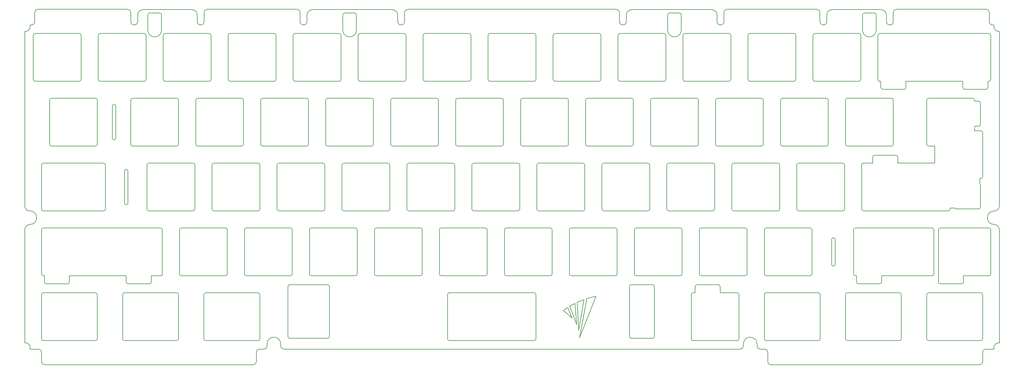
<source format=gm1>
%TF.GenerationSoftware,KiCad,Pcbnew,(6.0.9)*%
%TF.CreationDate,2023-01-27T09:49:20+02:00*%
%TF.ProjectId,arc60_plate_gerbers,61726336-305f-4706-9c61-74655f676572,rev?*%
%TF.SameCoordinates,Original*%
%TF.FileFunction,Profile,NP*%
%FSLAX46Y46*%
G04 Gerber Fmt 4.6, Leading zero omitted, Abs format (unit mm)*
G04 Created by KiCad (PCBNEW (6.0.9)) date 2023-01-27 09:49:20*
%MOMM*%
%LPD*%
G01*
G04 APERTURE LIST*
%TA.AperFunction,Profile*%
%ADD10C,0.200000*%
%TD*%
G04 APERTURE END LIST*
D10*
X16265764Y-20931216D02*
X29265764Y-20931216D01*
X16265764Y-20931216D02*
G75*
G03*
X15765764Y-21431216I0J-500000D01*
G01*
X15765764Y-34431216D02*
X15765764Y-21431216D01*
X15765764Y-34431216D02*
G75*
G03*
X16265764Y-34931216I500000J0D01*
G01*
X29265764Y-34931216D02*
X16265764Y-34931216D01*
X29265764Y-34931216D02*
G75*
G03*
X29765764Y-34431216I0J500000D01*
G01*
X29765764Y-21431216D02*
X29765764Y-34431216D01*
X29765764Y-21431216D02*
G75*
G03*
X29265764Y-20931216I-500000J0D01*
G01*
X101990464Y-39981216D02*
X114990464Y-39981216D01*
X101990464Y-39981216D02*
G75*
G03*
X101490464Y-40481216I0J-500000D01*
G01*
X101490464Y-53481216D02*
X101490464Y-40481216D01*
X101490464Y-53481216D02*
G75*
G03*
X101990464Y-53981216I500000J0D01*
G01*
X114990464Y-53981216D02*
X101990464Y-53981216D01*
X114990464Y-53981216D02*
G75*
G03*
X115490464Y-53481216I0J500000D01*
G01*
X115490464Y-40481216D02*
X115490464Y-53481216D01*
X115490464Y-40481216D02*
G75*
G03*
X114990464Y-39981216I-500000J0D01*
G01*
X269233614Y-57230716D02*
X269233614Y-59031347D01*
X269233564Y-57230716D02*
G75*
G03*
X268708614Y-56705716I-525000J0D01*
G01*
X262408614Y-56705716D02*
X268708614Y-56705716D01*
X262408614Y-56705666D02*
G75*
G03*
X261883614Y-57230716I50J-525050D01*
G01*
X261883614Y-59031446D02*
X261883614Y-57230716D01*
X259177777Y-59029950D02*
X261883614Y-59031446D01*
X259153376Y-59030619D02*
X259177777Y-59029950D01*
X259129032Y-59032001D02*
X259153376Y-59030619D01*
X259116886Y-59033008D02*
X259129032Y-59032001D01*
X259104760Y-59034250D02*
X259116886Y-59033008D01*
X259092745Y-59035733D02*
X259104760Y-59034250D01*
X259080759Y-59037468D02*
X259092745Y-59035733D01*
X259068809Y-59039458D02*
X259080759Y-59037468D01*
X259056901Y-59041703D02*
X259068809Y-59039458D01*
X259045043Y-59044204D02*
X259056901Y-59041703D01*
X259033243Y-59046963D02*
X259045043Y-59044204D01*
X259021508Y-59049981D02*
X259033243Y-59046963D01*
X259009845Y-59053259D02*
X259021508Y-59049981D01*
X258998261Y-59056799D02*
X259009845Y-59053259D01*
X258986765Y-59060600D02*
X258998261Y-59056799D01*
X258975362Y-59064666D02*
X258986765Y-59060600D01*
X258964062Y-59068997D02*
X258975362Y-59064666D01*
X258952870Y-59073594D02*
X258964062Y-59068997D01*
X258941795Y-59078458D02*
X258952870Y-59073594D01*
X258930843Y-59083591D02*
X258941795Y-59078458D01*
X258920022Y-59088993D02*
X258930843Y-59083591D01*
X258909392Y-59094637D02*
X258920022Y-59088993D01*
X258898906Y-59100545D02*
X258909392Y-59094637D01*
X258888568Y-59106714D02*
X258898906Y-59100545D01*
X258878384Y-59113140D02*
X258888568Y-59106714D01*
X258868362Y-59119819D02*
X258878384Y-59113140D01*
X258858505Y-59126748D02*
X258868362Y-59119819D01*
X258848821Y-59133922D02*
X258858505Y-59126748D01*
X258839315Y-59141339D02*
X258848821Y-59133922D01*
X258829993Y-59148993D02*
X258839315Y-59141339D01*
X258820860Y-59156882D02*
X258829993Y-59148993D01*
X258811924Y-59165002D02*
X258820860Y-59156882D01*
X258803189Y-59173349D02*
X258811924Y-59165002D01*
X258794662Y-59181919D02*
X258803189Y-59173349D01*
X258786348Y-59190708D02*
X258794662Y-59181919D01*
X258778254Y-59199713D02*
X258786348Y-59190708D01*
X258770385Y-59208930D02*
X258778254Y-59199713D01*
X258763456Y-59217456D02*
X258770385Y-59208930D01*
X258756719Y-59226148D02*
X258763456Y-59217456D01*
X258750176Y-59234997D02*
X258756719Y-59226148D01*
X258743827Y-59243997D02*
X258750176Y-59234997D01*
X258737676Y-59253143D02*
X258743827Y-59243997D01*
X258731723Y-59262427D02*
X258737676Y-59253143D01*
X258725972Y-59271844D02*
X258731723Y-59262427D01*
X258720423Y-59281386D02*
X258725972Y-59271844D01*
X258715078Y-59291048D02*
X258720423Y-59281386D01*
X258709940Y-59300823D02*
X258715078Y-59291048D01*
X258705010Y-59310704D02*
X258709940Y-59300823D01*
X258700291Y-59320686D02*
X258705010Y-59310704D01*
X258695783Y-59330761D02*
X258700291Y-59320686D01*
X258691489Y-59340924D02*
X258695783Y-59330761D01*
X258687411Y-59351168D02*
X258691489Y-59340924D01*
X258683550Y-59361486D02*
X258687411Y-59351168D01*
X258679909Y-59371872D02*
X258683550Y-59361486D01*
X258676490Y-59382320D02*
X258679909Y-59371872D01*
X258673293Y-59392824D02*
X258676490Y-59382320D01*
X258670322Y-59403376D02*
X258673293Y-59392824D01*
X258667578Y-59413971D02*
X258670322Y-59403376D01*
X258665062Y-59424602D02*
X258667578Y-59413971D01*
X258662777Y-59435263D02*
X258665062Y-59424602D01*
X258660725Y-59445947D02*
X258662777Y-59435263D01*
X258658907Y-59456647D02*
X258660725Y-59445947D01*
X258657326Y-59467359D02*
X258658907Y-59456647D01*
X258655983Y-59478074D02*
X258657326Y-59467359D01*
X258654879Y-59488787D02*
X258655983Y-59478074D01*
X258654018Y-59499491D02*
X258654879Y-59488787D01*
X258653400Y-59510180D02*
X258654018Y-59499491D01*
X258653028Y-59520847D02*
X258653400Y-59510180D01*
X258652904Y-59531486D02*
X258653028Y-59520847D01*
X258652904Y-72531486D02*
X258652904Y-59531486D01*
X258652894Y-72531486D02*
G75*
G03*
X259152904Y-73031486I499970J-30D01*
G01*
X284058114Y-73031216D02*
X259152904Y-73031486D01*
X284058114Y-73031266D02*
G75*
G03*
X284558114Y-72531216I-50J500050D01*
G01*
X284558114Y-72180986D02*
X284558114Y-72531216D01*
X285946606Y-72180986D02*
X284558114Y-72180986D01*
X285946644Y-72180965D02*
G75*
G03*
X286408114Y-72455716I461520J250249D01*
G01*
X292959154Y-72455716D02*
X286408114Y-72455716D01*
X292959154Y-72455706D02*
G75*
G03*
X293459154Y-71955716I10J499990D01*
G01*
X293459154Y-65355986D02*
X293459154Y-71955716D01*
X293459183Y-65355986D02*
G75*
G03*
X293233114Y-64924421I-525019J-30D01*
G01*
X293233114Y-63505986D02*
X293233114Y-64924421D01*
X293584154Y-63505986D02*
X293233114Y-63505986D01*
X293584154Y-63506006D02*
G75*
G03*
X294084154Y-63005986I10J499990D01*
G01*
X294084154Y-50006986D02*
X294084154Y-63005986D01*
X294084194Y-50006986D02*
G75*
G03*
X293584154Y-49506986I-500030J-30D01*
G01*
X291702614Y-49506986D02*
X293584154Y-49506986D01*
X291702614Y-48181986D02*
X291702614Y-49506986D01*
X292934154Y-48181986D02*
X291702614Y-48181986D01*
X292934154Y-48182006D02*
G75*
G03*
X293459154Y-47656986I10J524990D01*
G01*
X293459154Y-41356986D02*
X293459154Y-47656986D01*
X293459194Y-41356986D02*
G75*
G03*
X292934154Y-40831986I-525030J-30D01*
G01*
X291702614Y-40831986D02*
X292934154Y-40831986D01*
X291702614Y-40481216D02*
X291702614Y-40831986D01*
X291702564Y-40481216D02*
G75*
G03*
X291202614Y-39981216I-500000J0D01*
G01*
X278202614Y-39981216D02*
X291202614Y-39981216D01*
X278202614Y-39981166D02*
G75*
G03*
X277702614Y-40481216I50J-500050D01*
G01*
X277702614Y-53481216D02*
X277702614Y-40481216D01*
X277702664Y-53481216D02*
G75*
G03*
X278202614Y-53981216I500000J0D01*
G01*
X280084854Y-53981216D02*
X278202614Y-53981216D01*
X280084854Y-59031233D02*
X280084854Y-53981216D01*
X269233614Y-59031347D02*
X280084854Y-59031233D01*
X149615764Y-20931216D02*
X162615764Y-20931216D01*
X149615764Y-20931216D02*
G75*
G03*
X149115764Y-21431216I0J-500000D01*
G01*
X149115764Y-34431216D02*
X149115764Y-21431216D01*
X149115764Y-34431216D02*
G75*
G03*
X149615764Y-34931216I500000J0D01*
G01*
X162615764Y-34931216D02*
X149615764Y-34931216D01*
X162615764Y-34931216D02*
G75*
G03*
X163115764Y-34431216I0J500000D01*
G01*
X163115764Y-21431216D02*
X163115764Y-34431216D01*
X163115764Y-21431216D02*
G75*
G03*
X162615764Y-20931216I-500000J0D01*
G01*
X235340464Y-39981216D02*
X248340464Y-39981216D01*
X235340464Y-39981216D02*
G75*
G03*
X234840464Y-40481216I0J-500000D01*
G01*
X234840464Y-53481216D02*
X234840464Y-40481216D01*
X234840464Y-53481216D02*
G75*
G03*
X235340464Y-53981216I500000J0D01*
G01*
X248340464Y-53981216D02*
X235340464Y-53981216D01*
X248340464Y-53981216D02*
G75*
G03*
X248840464Y-53481216I0J500000D01*
G01*
X248840464Y-40481216D02*
X248840464Y-53481216D01*
X248840464Y-40481216D02*
G75*
G03*
X248340464Y-39981216I-500000J0D01*
G01*
X159140464Y-39981216D02*
X172140464Y-39981216D01*
X159140464Y-39981216D02*
G75*
G03*
X158640464Y-40481216I0J-500000D01*
G01*
X158640464Y-53481216D02*
X158640464Y-40481216D01*
X158640464Y-53481216D02*
G75*
G03*
X159140464Y-53981216I500000J0D01*
G01*
X172140464Y-53981216D02*
X159140464Y-53981216D01*
X172140464Y-53981216D02*
G75*
G03*
X172640464Y-53481216I0J500000D01*
G01*
X172640464Y-40481216D02*
X172640464Y-53481216D01*
X172640464Y-40481216D02*
G75*
G03*
X172140464Y-39981216I-500000J0D01*
G01*
X49821514Y-94455716D02*
X43521514Y-94455716D01*
X49821514Y-94455766D02*
G75*
G03*
X50346514Y-93930716I-50J525050D01*
G01*
X50346514Y-92080845D02*
X50346514Y-93930716D01*
X53053653Y-92082296D02*
X50346514Y-92080845D01*
X53077862Y-92081629D02*
X53053653Y-92082296D01*
X53102014Y-92080256D02*
X53077862Y-92081629D01*
X53114065Y-92079257D02*
X53102014Y-92080256D01*
X53126096Y-92078023D02*
X53114065Y-92079257D01*
X53138162Y-92076532D02*
X53126096Y-92078023D01*
X53150200Y-92074784D02*
X53138162Y-92076532D01*
X53162202Y-92072779D02*
X53150200Y-92074784D01*
X53174160Y-92070515D02*
X53162202Y-92072779D01*
X53186068Y-92067990D02*
X53174160Y-92070515D01*
X53197917Y-92065205D02*
X53186068Y-92067990D01*
X53209700Y-92062159D02*
X53197917Y-92065205D01*
X53221410Y-92058849D02*
X53209700Y-92062159D01*
X53233039Y-92055275D02*
X53221410Y-92058849D01*
X53244581Y-92051436D02*
X53233039Y-92055275D01*
X53256026Y-92047332D02*
X53244581Y-92051436D01*
X53267369Y-92042960D02*
X53256026Y-92047332D01*
X53278602Y-92038320D02*
X53267369Y-92042960D01*
X53289716Y-92033411D02*
X53278602Y-92038320D01*
X53300706Y-92028232D02*
X53289716Y-92033411D01*
X53311562Y-92022781D02*
X53300706Y-92028232D01*
X53322191Y-92017108D02*
X53311562Y-92022781D01*
X53332676Y-92011170D02*
X53322191Y-92017108D01*
X53343011Y-92004972D02*
X53332676Y-92011170D01*
X53353191Y-91998518D02*
X53343011Y-92004972D01*
X53363210Y-91991810D02*
X53353191Y-91998518D01*
X53373061Y-91984853D02*
X53363210Y-91991810D01*
X53382739Y-91977651D02*
X53373061Y-91984853D01*
X53392238Y-91970206D02*
X53382739Y-91977651D01*
X53401552Y-91962524D02*
X53392238Y-91970206D01*
X53410676Y-91954607D02*
X53401552Y-91962524D01*
X53419602Y-91946459D02*
X53410676Y-91954607D01*
X53428327Y-91938084D02*
X53419602Y-91946459D01*
X53436842Y-91929486D02*
X53428327Y-91938084D01*
X53445143Y-91920668D02*
X53436842Y-91929486D01*
X53453225Y-91911635D02*
X53445143Y-91920668D01*
X53461080Y-91902389D02*
X53453225Y-91911635D01*
X53467962Y-91893875D02*
X53461080Y-91902389D01*
X53474655Y-91885199D02*
X53467962Y-91893875D01*
X53481155Y-91876366D02*
X53474655Y-91885199D01*
X53487461Y-91867383D02*
X53481155Y-91876366D01*
X53493572Y-91858255D02*
X53487461Y-91867383D01*
X53499484Y-91848991D02*
X53493572Y-91858255D01*
X53505197Y-91839595D02*
X53499484Y-91848991D01*
X53510708Y-91830074D02*
X53505197Y-91839595D01*
X53516017Y-91820435D02*
X53510708Y-91830074D01*
X53521120Y-91810684D02*
X53516017Y-91820435D01*
X53526016Y-91800828D02*
X53521120Y-91810684D01*
X53530703Y-91790872D02*
X53526016Y-91800828D01*
X53535179Y-91780824D02*
X53530703Y-91790872D01*
X53539443Y-91770689D02*
X53535179Y-91780824D01*
X53543493Y-91760474D02*
X53539443Y-91770689D01*
X53547327Y-91750186D02*
X53543493Y-91760474D01*
X53550942Y-91739831D02*
X53547327Y-91750186D01*
X53554337Y-91729414D02*
X53550942Y-91739831D01*
X53557511Y-91718944D02*
X53554337Y-91729414D01*
X53560462Y-91708425D02*
X53557511Y-91718944D01*
X53563186Y-91697865D02*
X53560462Y-91708425D01*
X53565684Y-91687270D02*
X53563186Y-91697865D01*
X53567952Y-91676646D02*
X53565684Y-91687270D01*
X53569990Y-91665999D02*
X53567952Y-91676646D01*
X53571794Y-91655336D02*
X53569990Y-91665999D01*
X53573364Y-91644664D02*
X53571794Y-91655336D01*
X53574698Y-91633988D02*
X53573364Y-91644664D01*
X53575793Y-91623316D02*
X53574698Y-91633988D01*
X53576648Y-91612653D02*
X53575793Y-91623316D01*
X53577261Y-91602006D02*
X53576648Y-91612653D01*
X53577631Y-91591382D02*
X53577261Y-91602006D01*
X53577754Y-91580786D02*
X53577631Y-91591382D01*
X53577754Y-78580786D02*
X53577754Y-91580786D01*
X53577794Y-78580786D02*
G75*
G03*
X53077754Y-78080786I-500030J-30D01*
G01*
X18646504Y-78080786D02*
X53077754Y-78080786D01*
X18646504Y-78080786D02*
G75*
G03*
X18146504Y-78580786I0J-500000D01*
G01*
X18146504Y-91580786D02*
X18146504Y-78580786D01*
X18146504Y-91580786D02*
G75*
G03*
X18646504Y-92080786I500000J0D01*
G01*
X18997014Y-92080795D02*
X18646504Y-92080786D01*
X18997014Y-93930716D02*
X18997014Y-92080795D01*
X18997014Y-93930716D02*
G75*
G03*
X19522014Y-94455716I525000J0D01*
G01*
X25822014Y-94455716D02*
X19522014Y-94455716D01*
X25822014Y-94455766D02*
G75*
G03*
X26347014Y-93930716I-50J525050D01*
G01*
X26347014Y-92080941D02*
X26347014Y-93930716D01*
X42996514Y-92080959D02*
X26347014Y-92080941D01*
X42996514Y-93930716D02*
X42996514Y-92080959D01*
X42996564Y-93930716D02*
G75*
G03*
X43521514Y-94455716I525000J0D01*
G01*
X287946114Y-94455716D02*
X281646114Y-94455716D01*
X287946114Y-94455766D02*
G75*
G03*
X288471114Y-93930716I-50J525050D01*
G01*
X288471114Y-92081216D02*
X288471114Y-93930716D01*
X295965464Y-92081216D02*
X288471114Y-92081216D01*
X295965464Y-92081216D02*
G75*
G03*
X296465464Y-91581216I0J500000D01*
G01*
X296465464Y-78581216D02*
X296465464Y-91581216D01*
X296465464Y-78581216D02*
G75*
G03*
X295965464Y-78081216I-500000J0D01*
G01*
X281621114Y-78081216D02*
X295965464Y-78081216D01*
X281621114Y-78081166D02*
G75*
G03*
X281121114Y-78581216I50J-500050D01*
G01*
X281121114Y-93930716D02*
X281121114Y-78581216D01*
X281121164Y-93930716D02*
G75*
G03*
X281646114Y-94455716I525000J0D01*
G01*
X38934254Y-51680816D02*
X38934254Y-42281616D01*
X38934254Y-51680816D02*
G75*
G03*
X39934254Y-51680816I500000J0D01*
G01*
X39934254Y-42281616D02*
X39934254Y-51680816D01*
X39934254Y-42281616D02*
G75*
G03*
X38934254Y-42281616I-500000J0D01*
G01*
X116277964Y-78081216D02*
X129277964Y-78081216D01*
X116277964Y-78081216D02*
G75*
G03*
X115777964Y-78581216I0J-500000D01*
G01*
X115777964Y-91581216D02*
X115777964Y-78581216D01*
X115777964Y-91581216D02*
G75*
G03*
X116277964Y-92081216I500000J0D01*
G01*
X129277964Y-92081216D02*
X116277964Y-92081216D01*
X129277964Y-92081216D02*
G75*
G03*
X129777964Y-91581216I0J500000D01*
G01*
X129777964Y-78581216D02*
X129777964Y-91581216D01*
X129777964Y-78581216D02*
G75*
G03*
X129277964Y-78081216I-500000J0D01*
G01*
X44840464Y-39981216D02*
X57840464Y-39981216D01*
X44840464Y-39981216D02*
G75*
G03*
X44340464Y-40481216I0J-500000D01*
G01*
X44340464Y-53481216D02*
X44340464Y-40481216D01*
X44340464Y-53481216D02*
G75*
G03*
X44840464Y-53981216I500000J0D01*
G01*
X57840464Y-53981216D02*
X44840464Y-53981216D01*
X57840464Y-53981216D02*
G75*
G03*
X58340464Y-53481216I0J500000D01*
G01*
X58340464Y-40481216D02*
X58340464Y-53481216D01*
X58340464Y-40481216D02*
G75*
G03*
X57840464Y-39981216I-500000J0D01*
G01*
X192477964Y-78081216D02*
X205477964Y-78081216D01*
X192477964Y-78081216D02*
G75*
G03*
X191977964Y-78581216I0J-500000D01*
G01*
X191977964Y-91581216D02*
X191977964Y-78581216D01*
X191977964Y-91581216D02*
G75*
G03*
X192477964Y-92081216I500000J0D01*
G01*
X205477964Y-92081216D02*
X192477964Y-92081216D01*
X205477964Y-92081216D02*
G75*
G03*
X205977964Y-91581216I0J500000D01*
G01*
X205977964Y-78581216D02*
X205977964Y-91581216D01*
X205977964Y-78581216D02*
G75*
G03*
X205477964Y-78081216I-500000J0D01*
G01*
X173427964Y-78081216D02*
X186427964Y-78081216D01*
X173427964Y-78081216D02*
G75*
G03*
X172927964Y-78581216I0J-500000D01*
G01*
X172927964Y-91581216D02*
X172927964Y-78581216D01*
X172927964Y-91581216D02*
G75*
G03*
X173427964Y-92081216I500000J0D01*
G01*
X186427964Y-92081216D02*
X173427964Y-92081216D01*
X186427964Y-92081216D02*
G75*
G03*
X186927964Y-91581216I0J500000D01*
G01*
X186927964Y-78581216D02*
X186927964Y-91581216D01*
X186927964Y-78581216D02*
G75*
G03*
X186427964Y-78081216I-500000J0D01*
G01*
X35315764Y-20931216D02*
X48315764Y-20931216D01*
X35315764Y-20931216D02*
G75*
G03*
X34815764Y-21431216I0J-500000D01*
G01*
X34815764Y-34431216D02*
X34815764Y-21431216D01*
X34815764Y-34431216D02*
G75*
G03*
X35315764Y-34931216I500000J0D01*
G01*
X48315764Y-34931216D02*
X35315764Y-34931216D01*
X48315764Y-34931216D02*
G75*
G03*
X48815764Y-34431216I0J500000D01*
G01*
X48815764Y-21431216D02*
X48815764Y-34431216D01*
X48815764Y-21431216D02*
G75*
G03*
X48315764Y-20931216I-500000J0D01*
G01*
X187715764Y-20931216D02*
X200715764Y-20931216D01*
X187715764Y-20931216D02*
G75*
G03*
X187215764Y-21431216I0J-500000D01*
G01*
X187215764Y-34431216D02*
X187215764Y-21431216D01*
X187215764Y-34431216D02*
G75*
G03*
X187715764Y-34931216I500000J0D01*
G01*
X200715764Y-34931216D02*
X187715764Y-34931216D01*
X200715764Y-34931216D02*
G75*
G03*
X201215764Y-34431216I0J500000D01*
G01*
X201215764Y-21431216D02*
X201215764Y-34431216D01*
X201215764Y-21431216D02*
G75*
G03*
X200715764Y-20931216I-500000J0D01*
G01*
X36908964Y-59531216D02*
G75*
G03*
X36409014Y-59031216I-500000J0D01*
G01*
X18647024Y-59031216D02*
X36409014Y-59031216D01*
X18647024Y-59031216D02*
G75*
G03*
X18147024Y-59531216I0J-500000D01*
G01*
X18147024Y-72531216D02*
X18147024Y-59531216D01*
X18147024Y-72531216D02*
G75*
G03*
X18647024Y-73031216I500000J0D01*
G01*
X36409014Y-73031216D02*
X18647024Y-73031216D01*
X36409014Y-73031266D02*
G75*
G03*
X36909014Y-72531216I-50J500050D01*
G01*
X36909014Y-59531216D02*
X36909014Y-72531216D01*
X263416261Y-34453506D02*
X263415887Y-34442314D01*
X263416892Y-34464785D02*
X263416261Y-34453506D01*
X263417787Y-34476143D02*
X263416892Y-34464785D01*
X263418950Y-34487572D02*
X263417787Y-34476143D01*
X263420389Y-34499064D02*
X263418950Y-34487572D01*
X263422107Y-34510609D02*
X263420389Y-34499064D01*
X263424111Y-34522197D02*
X263422107Y-34510609D01*
X263426405Y-34533821D02*
X263424111Y-34522197D01*
X263428993Y-34545469D02*
X263426405Y-34533821D01*
X263431878Y-34557130D02*
X263428993Y-34545469D01*
X263435065Y-34568795D02*
X263431878Y-34557130D01*
X263438555Y-34580452D02*
X263435065Y-34568795D01*
X263442351Y-34592090D02*
X263438555Y-34580452D01*
X263446456Y-34603698D02*
X263442351Y-34592090D01*
X263450870Y-34615263D02*
X263446456Y-34603698D01*
X263455594Y-34626775D02*
X263450870Y-34615263D01*
X263460627Y-34638220D02*
X263455594Y-34626775D01*
X263465970Y-34649587D02*
X263460627Y-34638220D01*
X263471622Y-34660863D02*
X263465970Y-34649587D01*
X263477580Y-34672037D02*
X263471622Y-34660863D01*
X263483842Y-34683096D02*
X263477580Y-34672037D01*
X263490406Y-34694028D02*
X263483842Y-34683096D01*
X263497266Y-34704821D02*
X263490406Y-34694028D01*
X263504420Y-34715463D02*
X263497266Y-34704821D01*
X263511862Y-34725942D02*
X263504420Y-34715463D01*
X263519587Y-34736246D02*
X263511862Y-34725942D01*
X263527587Y-34746365D02*
X263519587Y-34736246D01*
X263535858Y-34756287D02*
X263527587Y-34746365D01*
X263544391Y-34766002D02*
X263535858Y-34756287D01*
X263553178Y-34775500D02*
X263544391Y-34766002D01*
X263562211Y-34784769D02*
X263553178Y-34775500D01*
X263571480Y-34793802D02*
X263562211Y-34784769D01*
X263580978Y-34802589D02*
X263571480Y-34793802D01*
X263590693Y-34811122D02*
X263580978Y-34802589D01*
X263600615Y-34819393D02*
X263590693Y-34811122D01*
X263610734Y-34827393D02*
X263600615Y-34819393D01*
X263621038Y-34835118D02*
X263610734Y-34827393D01*
X263631517Y-34842560D02*
X263621038Y-34835118D01*
X263642159Y-34849714D02*
X263631517Y-34842560D01*
X263652952Y-34856574D02*
X263642159Y-34849714D01*
X263663884Y-34863138D02*
X263652952Y-34856574D01*
X263674943Y-34869400D02*
X263663884Y-34863138D01*
X263686117Y-34875358D02*
X263674943Y-34869400D01*
X263697393Y-34881009D02*
X263686117Y-34875358D01*
X263708760Y-34886353D02*
X263697393Y-34881009D01*
X263720205Y-34891386D02*
X263708760Y-34886353D01*
X263731717Y-34896110D02*
X263720205Y-34891386D01*
X263743282Y-34900524D02*
X263731717Y-34896110D01*
X263754890Y-34904629D02*
X263743282Y-34900524D01*
X263766528Y-34908425D02*
X263754890Y-34904629D01*
X263778185Y-34911915D02*
X263766528Y-34908425D01*
X263789850Y-34915102D02*
X263778185Y-34911915D01*
X263801511Y-34917987D02*
X263789850Y-34915102D01*
X263813159Y-34920575D02*
X263801511Y-34917987D01*
X263824782Y-34922869D02*
X263813159Y-34920575D01*
X263836371Y-34924873D02*
X263824782Y-34922869D01*
X263847916Y-34926591D02*
X263836371Y-34924873D01*
X263859408Y-34928030D02*
X263847916Y-34926591D01*
X263870837Y-34929193D02*
X263859408Y-34928030D01*
X263882195Y-34930088D02*
X263870837Y-34929193D01*
X263893474Y-34930719D02*
X263882195Y-34930088D01*
X263904666Y-34931093D02*
X263893474Y-34930719D01*
X264266114Y-34931216D02*
X263904666Y-34931093D01*
X264266114Y-36781216D02*
X264266114Y-34931216D01*
X264266164Y-36781216D02*
G75*
G03*
X264791114Y-37306216I525000J0D01*
G01*
X271091114Y-37306216D02*
X264791114Y-37306216D01*
X271091114Y-37306266D02*
G75*
G03*
X271616114Y-36781216I-50J525050D01*
G01*
X271616114Y-34931216D02*
X271616114Y-36781216D01*
X288265114Y-34931216D02*
X271616114Y-34931216D01*
X288265114Y-36781216D02*
X288265114Y-34931216D01*
X288265164Y-36781216D02*
G75*
G03*
X288790114Y-37306216I525000J0D01*
G01*
X295090114Y-37306216D02*
X288790114Y-37306216D01*
X295090114Y-37306266D02*
G75*
G03*
X295615114Y-36781216I-50J525050D01*
G01*
X295615114Y-34931216D02*
X295615114Y-36781216D01*
X295965764Y-34931216D02*
X295615114Y-34931216D01*
X295965764Y-34931216D02*
G75*
G03*
X296465764Y-34431216I0J500000D01*
G01*
X296465764Y-21431216D02*
X296465764Y-34431216D01*
X296465764Y-21431216D02*
G75*
G03*
X295965764Y-20931216I-500000J0D01*
G01*
X263915988Y-20931154D02*
X295965764Y-20931216D01*
X263915988Y-20931140D02*
G75*
G03*
X263415988Y-21431154I-24J-499976D01*
G01*
X263415887Y-34442314D02*
X263415988Y-21431154D01*
X254391114Y-97131216D02*
X269771904Y-97131216D01*
X254391114Y-97131166D02*
G75*
G03*
X253891114Y-97631216I50J-500050D01*
G01*
X253891114Y-110631216D02*
X253891114Y-97631216D01*
X253891164Y-110631216D02*
G75*
G03*
X254391114Y-111131216I500000J0D01*
G01*
X269771904Y-111131216D02*
X254391114Y-111131216D01*
X269771904Y-111131256D02*
G75*
G03*
X270271904Y-110631216I-40J500040D01*
G01*
X270271904Y-97631216D02*
X270271904Y-110631216D01*
X270271864Y-97631216D02*
G75*
G03*
X269771904Y-97131216I-500000J0D01*
G01*
X206765764Y-20931216D02*
X219765764Y-20931216D01*
X206765764Y-20931216D02*
G75*
G03*
X206265764Y-21431216I0J-500000D01*
G01*
X206265764Y-34431216D02*
X206265764Y-21431216D01*
X206265764Y-34431216D02*
G75*
G03*
X206765764Y-34931216I500000J0D01*
G01*
X219765764Y-34931216D02*
X206765764Y-34931216D01*
X219765764Y-34931216D02*
G75*
G03*
X220265764Y-34431216I0J500000D01*
G01*
X220265764Y-21431216D02*
X220265764Y-34431216D01*
X220265764Y-21431216D02*
G75*
G03*
X219765764Y-20931216I-500000J0D01*
G01*
X110491024Y-15406216D02*
X110491024Y-19906216D01*
X110491064Y-15406216D02*
G75*
G03*
X109991024Y-14906216I-500000J0D01*
G01*
X106991024Y-14906216D02*
X109991024Y-14906216D01*
X106991024Y-14906176D02*
G75*
G03*
X106491024Y-15406216I40J-500040D01*
G01*
X106491024Y-19906216D02*
X106491024Y-15406216D01*
X106491024Y-19906216D02*
G75*
G03*
X110491024Y-19906216I2000000J0D01*
G01*
X298990615Y-111797098D02*
G75*
G03*
X297401091Y-113656072I-134651J-1493918D01*
G01*
X295083904Y-113656072D02*
X297401091Y-113656072D01*
X295083904Y-113656156D02*
G75*
G03*
X294083904Y-114656072I-40J-999960D01*
G01*
X294083904Y-117256216D02*
X294083904Y-114656072D01*
X293083904Y-118256256D02*
G75*
G03*
X294083904Y-117256216I-40J1000040D01*
G01*
X232078733Y-118256216D02*
X293083904Y-118256216D01*
X231079064Y-117256216D02*
G75*
G03*
X232078733Y-118256216I1000000J0D01*
G01*
X231079144Y-114656216D02*
X231079144Y-117256216D01*
X231079164Y-114656216D02*
G75*
G03*
X230079144Y-113656216I-1000000J0D01*
G01*
X228945857Y-113656216D02*
X230079144Y-113656216D01*
X227945864Y-112656216D02*
G75*
G03*
X228945857Y-113656216I1000000J0D01*
G01*
X227945857Y-112156216D02*
X227945857Y-112656216D01*
X227945857Y-112156216D02*
G75*
G03*
X223945857Y-112156216I-2000000J0D01*
G01*
X223945857Y-112656216D02*
X223945857Y-112156216D01*
X222945857Y-113656209D02*
G75*
G03*
X223945857Y-112656216I7J999993D01*
G01*
X89286191Y-113656216D02*
X222945857Y-113656216D01*
X88286164Y-112656216D02*
G75*
G03*
X89286191Y-113656216I1000000J0D01*
G01*
X88286191Y-112156216D02*
X88286191Y-112656216D01*
X88286191Y-112156216D02*
G75*
G03*
X84286191Y-112156216I-2000000J0D01*
G01*
X84286191Y-112656216D02*
X84286191Y-112156216D01*
X83286191Y-113656243D02*
G75*
G03*
X84286191Y-112656216I-27J1000027D01*
G01*
X82152904Y-113656216D02*
X83286191Y-113656216D01*
X82152904Y-113656256D02*
G75*
G03*
X81152904Y-114656216I-40J-999960D01*
G01*
X81152904Y-117256216D02*
X81152904Y-114656216D01*
X80152977Y-118256156D02*
G75*
G03*
X81152904Y-117256216I-13J999940D01*
G01*
X19147024Y-118256216D02*
X80152977Y-118256216D01*
X18147024Y-117256216D02*
G75*
G03*
X19147024Y-118256216I1000000J0D01*
G01*
X18147024Y-114656216D02*
X18147024Y-117256216D01*
X18147024Y-114656216D02*
G75*
G03*
X17147024Y-113656216I-1000000J0D01*
G01*
X14830251Y-113656216D02*
X17147024Y-113656216D01*
X14830251Y-113656216D02*
G75*
G03*
X13240764Y-111797112I-1454875J365156D01*
G01*
X13240764Y-78555956D02*
X13240764Y-111797112D01*
X14740764Y-77055956D02*
G75*
G03*
X13240764Y-78555956I0J-1500000D01*
G01*
X14740764Y-77055956D02*
G75*
G03*
X14740764Y-73055956I0J2000000D01*
G01*
X13240764Y-71555956D02*
G75*
G03*
X14740764Y-73055956I1500000J0D01*
G01*
X13240764Y-20315130D02*
X13240764Y-71555956D01*
X13240764Y-20315130D02*
G75*
G03*
X14816760Y-18405956I134612J1493948D01*
G01*
X15190764Y-18405956D02*
X14816760Y-18405956D01*
X15190764Y-18405956D02*
G75*
G03*
X16190764Y-17405956I0J1000000D01*
G01*
X16190764Y-14806216D02*
X16190764Y-17405956D01*
X17190764Y-13806216D02*
G75*
G03*
X16190764Y-14806216I0J-1000000D01*
G01*
X43341024Y-13806216D02*
X17190764Y-13806216D01*
X44341064Y-14806216D02*
G75*
G03*
X43341024Y-13806216I-1000000J0D01*
G01*
X44341024Y-17406216D02*
X44341024Y-14806216D01*
X44341024Y-17406216D02*
G75*
G03*
X46341024Y-17406216I1000000J0D01*
G01*
X46341024Y-15506216D02*
X46341024Y-17406216D01*
X47941024Y-13906176D02*
G75*
G03*
X46341024Y-15506216I40J-1600040D01*
G01*
X62240894Y-13906216D02*
X47941024Y-13906216D01*
X63840864Y-15506216D02*
G75*
G03*
X62240894Y-13906216I-1600000J0D01*
G01*
X63840894Y-17406216D02*
X63840894Y-15506216D01*
X63840894Y-17406216D02*
G75*
G03*
X65840894Y-17406216I1000000J0D01*
G01*
X65840894Y-14806216D02*
X65840894Y-17406216D01*
X66840894Y-13806246D02*
G75*
G03*
X65840894Y-14806216I-30J-999970D01*
G01*
X92991154Y-13806216D02*
X66840894Y-13806216D01*
X93991164Y-14806216D02*
G75*
G03*
X92991154Y-13806216I-1000000J0D01*
G01*
X93991154Y-17406216D02*
X93991154Y-14806216D01*
X93991154Y-17406216D02*
G75*
G03*
X95991154Y-17406216I1000000J0D01*
G01*
X95991154Y-15506216D02*
X95991154Y-17406216D01*
X97591154Y-13906206D02*
G75*
G03*
X95991154Y-15506216I10J-1600010D01*
G01*
X121013048Y-13906216D02*
X97591154Y-13906216D01*
X122613064Y-15506216D02*
G75*
G03*
X121013048Y-13906216I-1600000J0D01*
G01*
X122613048Y-17406216D02*
X122613048Y-15506216D01*
X122613048Y-17406216D02*
G75*
G03*
X124613048Y-17406216I1000000J0D01*
G01*
X124613048Y-14806216D02*
X124613048Y-17406216D01*
X125613048Y-13806200D02*
G75*
G03*
X124613048Y-14806216I16J-1000016D01*
G01*
X186619000Y-13806216D02*
X125613048Y-13806216D01*
X187618964Y-14806216D02*
G75*
G03*
X186619000Y-13806216I-1000000J0D01*
G01*
X187619000Y-17406216D02*
X187619000Y-14806216D01*
X187619000Y-17406216D02*
G75*
G03*
X189619000Y-17406216I1000000J0D01*
G01*
X189619000Y-15506216D02*
X189619000Y-17406216D01*
X191219000Y-13906252D02*
G75*
G03*
X189619000Y-15506216I-36J-1599964D01*
G01*
X214640979Y-13906216D02*
X191219000Y-13906216D01*
X216240964Y-15506216D02*
G75*
G03*
X214640979Y-13906216I-1600000J0D01*
G01*
X216240979Y-17406216D02*
X216240979Y-15506216D01*
X216240979Y-17406216D02*
G75*
G03*
X218240979Y-17406216I1000000J0D01*
G01*
X218240979Y-14806216D02*
X218240979Y-17406216D01*
X219240979Y-13806231D02*
G75*
G03*
X218240979Y-14806216I-15J-999985D01*
G01*
X245391069Y-13806216D02*
X219240979Y-13806216D01*
X246391064Y-14806216D02*
G75*
G03*
X245391069Y-13806216I-1000000J0D01*
G01*
X246391069Y-17406216D02*
X246391069Y-14806216D01*
X246391069Y-17406216D02*
G75*
G03*
X248391069Y-17406216I1000000J0D01*
G01*
X248391069Y-15506216D02*
X248391069Y-17406216D01*
X249991069Y-13906221D02*
G75*
G03*
X248391069Y-15506216I-5J-1599995D01*
G01*
X264291024Y-13906216D02*
X249991069Y-13906216D01*
X265891064Y-15506216D02*
G75*
G03*
X264291024Y-13906216I-1600000J0D01*
G01*
X265891024Y-17406216D02*
X265891024Y-15506216D01*
X265891024Y-17406216D02*
G75*
G03*
X267891024Y-17406216I1000000J0D01*
G01*
X267891024Y-14806216D02*
X267891024Y-17406216D01*
X268891024Y-13806176D02*
G75*
G03*
X267891024Y-14806216I40J-1000040D01*
G01*
X295041114Y-13806216D02*
X268891024Y-13806216D01*
X296041164Y-14806216D02*
G75*
G03*
X295041114Y-13806216I-1000000J0D01*
G01*
X296041114Y-17405956D02*
X296041114Y-14806216D01*
X296041024Y-17405956D02*
G75*
G03*
X297041114Y-18405956I1000040J40D01*
G01*
X297414618Y-18405956D02*
X297041114Y-18405956D01*
X297414621Y-18405957D02*
G75*
G03*
X298990614Y-20315130I1441343J-415259D01*
G01*
X298990614Y-71556216D02*
X298990614Y-20315130D01*
X297490614Y-73056266D02*
G75*
G03*
X298990614Y-71556216I-50J1500050D01*
G01*
X297490614Y-73056216D02*
G75*
G03*
X297490614Y-77056216I50J-2000000D01*
G01*
X298990564Y-78556216D02*
G75*
G03*
X297490614Y-77056216I-1500000J0D01*
G01*
X298990614Y-111797112D02*
X298990614Y-78556216D01*
X175916245Y-110313035D02*
X178069918Y-98812501D01*
X180717307Y-98145056D02*
X175916245Y-110313035D01*
X178069918Y-98812501D02*
X180717307Y-98145056D01*
X144852964Y-59031216D02*
X157852964Y-59031216D01*
X144852964Y-59031216D02*
G75*
G03*
X144352964Y-59531216I0J-500000D01*
G01*
X144352964Y-72531216D02*
X144352964Y-59531216D01*
X144352964Y-72531216D02*
G75*
G03*
X144852964Y-73031216I500000J0D01*
G01*
X157852964Y-73031216D02*
X144852964Y-73031216D01*
X157852964Y-73031216D02*
G75*
G03*
X158352964Y-72531216I0J500000D01*
G01*
X158352964Y-59531216D02*
X158352964Y-72531216D01*
X158352964Y-59531216D02*
G75*
G03*
X157852964Y-59031216I-500000J0D01*
G01*
X230578114Y-97131216D02*
X245958904Y-97131216D01*
X230578114Y-97131166D02*
G75*
G03*
X230078114Y-97631216I50J-500050D01*
G01*
X230078114Y-110631216D02*
X230078114Y-97631216D01*
X230078164Y-110631216D02*
G75*
G03*
X230578114Y-111131216I500000J0D01*
G01*
X245958904Y-111131216D02*
X230578114Y-111131216D01*
X245958904Y-111131256D02*
G75*
G03*
X246458904Y-110631216I-40J500040D01*
G01*
X246458904Y-97631216D02*
X246458904Y-110631216D01*
X246458864Y-97631216D02*
G75*
G03*
X245958904Y-97131216I-500000J0D01*
G01*
X125802964Y-59031216D02*
X138802964Y-59031216D01*
X125802964Y-59031216D02*
G75*
G03*
X125302964Y-59531216I0J-500000D01*
G01*
X125302964Y-72531216D02*
X125302964Y-59531216D01*
X125302964Y-72531216D02*
G75*
G03*
X125802964Y-73031216I500000J0D01*
G01*
X138802964Y-73031216D02*
X125802964Y-73031216D01*
X138802964Y-73031216D02*
G75*
G03*
X139302964Y-72531216I0J500000D01*
G01*
X139302964Y-59531216D02*
X139302964Y-72531216D01*
X139302964Y-59531216D02*
G75*
G03*
X138802964Y-59031216I-500000J0D01*
G01*
X87702964Y-59031216D02*
X100702964Y-59031216D01*
X87702964Y-59031216D02*
G75*
G03*
X87202964Y-59531216I0J-500000D01*
G01*
X87202964Y-72531216D02*
X87202964Y-59531216D01*
X87202964Y-72531216D02*
G75*
G03*
X87702964Y-73031216I500000J0D01*
G01*
X100702964Y-73031216D02*
X87702964Y-73031216D01*
X100702964Y-73031216D02*
G75*
G03*
X101202964Y-72531216I0J500000D01*
G01*
X101202964Y-59531216D02*
X101202964Y-72531216D01*
X101202964Y-59531216D02*
G75*
G03*
X100702964Y-59031216I-500000J0D01*
G01*
X53341024Y-15406216D02*
X53341024Y-19906216D01*
X53341064Y-15406216D02*
G75*
G03*
X52841024Y-14906216I-500000J0D01*
G01*
X49841024Y-14906216D02*
X52841024Y-14906216D01*
X49841024Y-14906176D02*
G75*
G03*
X49341024Y-15406216I40J-500040D01*
G01*
X49341024Y-19906216D02*
X49341024Y-15406216D01*
X49341024Y-19906216D02*
G75*
G03*
X53341024Y-19906216I2000000J0D01*
G01*
X249849464Y-88780516D02*
X249849464Y-81381316D01*
X249849464Y-88780516D02*
G75*
G03*
X250849464Y-88780516I500000J0D01*
G01*
X250849464Y-81381316D02*
X250849464Y-88780516D01*
X250849464Y-81381316D02*
G75*
G03*
X249849464Y-81381316I-500000J0D01*
G01*
X175033849Y-106440709D02*
X173023535Y-101067513D01*
X174543090Y-100224520D02*
X175033849Y-106440709D01*
X173023535Y-101067513D02*
X174543090Y-100224520D01*
X73415764Y-20931216D02*
X86415764Y-20931216D01*
X73415764Y-20931216D02*
G75*
G03*
X72915764Y-21431216I0J-500000D01*
G01*
X72915764Y-34431216D02*
X72915764Y-21431216D01*
X72915764Y-34431216D02*
G75*
G03*
X73415764Y-34931216I500000J0D01*
G01*
X86415764Y-34931216D02*
X73415764Y-34931216D01*
X86415764Y-34931216D02*
G75*
G03*
X86915764Y-34431216I0J500000D01*
G01*
X86915764Y-21431216D02*
X86915764Y-34431216D01*
X86915764Y-21431216D02*
G75*
G03*
X86415764Y-20931216I-500000J0D01*
G01*
X130565764Y-20931216D02*
X143565764Y-20931216D01*
X130565764Y-20931216D02*
G75*
G03*
X130065764Y-21431216I0J-500000D01*
G01*
X130065764Y-34431216D02*
X130065764Y-21431216D01*
X130065764Y-34431216D02*
G75*
G03*
X130565764Y-34931216I500000J0D01*
G01*
X143565764Y-34931216D02*
X130565764Y-34931216D01*
X143565764Y-34931216D02*
G75*
G03*
X144065764Y-34431216I0J500000D01*
G01*
X144065764Y-21431216D02*
X144065764Y-34431216D01*
X144065764Y-21431216D02*
G75*
G03*
X143565764Y-20931216I-500000J0D01*
G01*
X230577964Y-78081216D02*
X243577964Y-78081216D01*
X230577964Y-78081216D02*
G75*
G03*
X230077964Y-78581216I0J-500000D01*
G01*
X230077964Y-91581216D02*
X230077964Y-78581216D01*
X230077964Y-91581216D02*
G75*
G03*
X230577964Y-92081216I500000J0D01*
G01*
X243577964Y-92081216D02*
X230577964Y-92081216D01*
X243577964Y-92081216D02*
G75*
G03*
X244077964Y-91581216I0J500000D01*
G01*
X244077964Y-78581216D02*
X244077964Y-91581216D01*
X244077964Y-78581216D02*
G75*
G03*
X243577964Y-78081216I-500000J0D01*
G01*
X42458114Y-97131216D02*
X57838904Y-97131216D01*
X42458114Y-97131166D02*
G75*
G03*
X41958114Y-97631216I50J-500050D01*
G01*
X41958114Y-110631216D02*
X41958114Y-97631216D01*
X41958164Y-110631216D02*
G75*
G03*
X42458114Y-111131216I500000J0D01*
G01*
X57838904Y-111131216D02*
X42458114Y-111131216D01*
X57838904Y-111131256D02*
G75*
G03*
X58338904Y-110631216I-40J500040D01*
G01*
X58338904Y-97631216D02*
X58338904Y-110631216D01*
X58338864Y-97631216D02*
G75*
G03*
X57838904Y-97131216I-500000J0D01*
G01*
X202002964Y-59031216D02*
X215002964Y-59031216D01*
X202002964Y-59031216D02*
G75*
G03*
X201502964Y-59531216I0J-500000D01*
G01*
X201502964Y-72531216D02*
X201502964Y-59531216D01*
X201502964Y-72531216D02*
G75*
G03*
X202002964Y-73031216I500000J0D01*
G01*
X215002964Y-73031216D02*
X202002964Y-73031216D01*
X215002964Y-73031216D02*
G75*
G03*
X215502964Y-72531216I0J500000D01*
G01*
X215502964Y-59531216D02*
X215502964Y-72531216D01*
X215502964Y-59531216D02*
G75*
G03*
X215002964Y-59031216I-500000J0D01*
G01*
X209780114Y-97131216D02*
X209780114Y-95280676D01*
X209146654Y-97131216D02*
X209780114Y-97131216D01*
X209146654Y-97131206D02*
G75*
G03*
X208646654Y-97631216I10J-500010D01*
G01*
X208646654Y-110631216D02*
X208646654Y-97631216D01*
X208646664Y-110631216D02*
G75*
G03*
X209146654Y-111131216I500000J0D01*
G01*
X222146654Y-111131216D02*
X209146654Y-111131216D01*
X222146654Y-111131206D02*
G75*
G03*
X222646654Y-110631216I10J499990D01*
G01*
X222646654Y-97631216D02*
X222646654Y-110631216D01*
X222646664Y-97631216D02*
G75*
G03*
X222146654Y-97131216I-500000J0D01*
G01*
X217130114Y-97131216D02*
X222146654Y-97131216D01*
X217130114Y-95280676D02*
X217130114Y-97131216D01*
X217130104Y-95280676D02*
G75*
G03*
X216605114Y-94755676I-525040J-40D01*
G01*
X210305114Y-94755676D02*
X216605114Y-94755676D01*
X210305114Y-94755666D02*
G75*
G03*
X209780114Y-95280676I50J-525050D01*
G01*
X154377964Y-78081216D02*
X167377964Y-78081216D01*
X154377964Y-78081216D02*
G75*
G03*
X153877964Y-78581216I0J-500000D01*
G01*
X153877964Y-91581216D02*
X153877964Y-78581216D01*
X153877964Y-91581216D02*
G75*
G03*
X154377964Y-92081216I500000J0D01*
G01*
X167377964Y-92081216D02*
X154377964Y-92081216D01*
X167377964Y-92081216D02*
G75*
G03*
X167877964Y-91581216I0J500000D01*
G01*
X167877964Y-78581216D02*
X167877964Y-91581216D01*
X167877964Y-78581216D02*
G75*
G03*
X167377964Y-78081216I-500000J0D01*
G01*
X168665764Y-20931216D02*
X181665764Y-20931216D01*
X168665764Y-20931216D02*
G75*
G03*
X168165764Y-21431216I0J-500000D01*
G01*
X168165764Y-34431216D02*
X168165764Y-21431216D01*
X168165764Y-34431216D02*
G75*
G03*
X168665764Y-34931216I500000J0D01*
G01*
X181665764Y-34931216D02*
X168665764Y-34931216D01*
X181665764Y-34931216D02*
G75*
G03*
X182165764Y-34431216I0J500000D01*
G01*
X182165764Y-21431216D02*
X182165764Y-34431216D01*
X182165764Y-21431216D02*
G75*
G03*
X181665764Y-20931216I-500000J0D01*
G01*
X68652964Y-59031216D02*
X81652964Y-59031216D01*
X68652964Y-59031216D02*
G75*
G03*
X68152964Y-59531216I0J-500000D01*
G01*
X68152964Y-72531216D02*
X68152964Y-59531216D01*
X68152964Y-72531216D02*
G75*
G03*
X68652964Y-73031216I500000J0D01*
G01*
X81652964Y-73031216D02*
X68652964Y-73031216D01*
X81652964Y-73031216D02*
G75*
G03*
X82152964Y-72531216I0J500000D01*
G01*
X82152964Y-59531216D02*
X82152964Y-72531216D01*
X82152964Y-59531216D02*
G75*
G03*
X81652964Y-59031216I-500000J0D01*
G01*
X82940464Y-39981216D02*
X95940464Y-39981216D01*
X82940464Y-39981216D02*
G75*
G03*
X82440464Y-40481216I0J-500000D01*
G01*
X82440464Y-53481216D02*
X82440464Y-40481216D01*
X82440464Y-53481216D02*
G75*
G03*
X82940464Y-53981216I500000J0D01*
G01*
X95940464Y-53981216D02*
X82940464Y-53981216D01*
X95940464Y-53981216D02*
G75*
G03*
X96440464Y-53481216I0J500000D01*
G01*
X96440464Y-40481216D02*
X96440464Y-53481216D01*
X96440464Y-40481216D02*
G75*
G03*
X95940464Y-39981216I-500000J0D01*
G01*
X197240464Y-39981216D02*
X210240464Y-39981216D01*
X197240464Y-39981216D02*
G75*
G03*
X196740464Y-40481216I0J-500000D01*
G01*
X196740464Y-53481216D02*
X196740464Y-40481216D01*
X196740464Y-53481216D02*
G75*
G03*
X197240464Y-53981216I500000J0D01*
G01*
X210240464Y-53981216D02*
X197240464Y-53981216D01*
X210240464Y-53981216D02*
G75*
G03*
X210740464Y-53481216I0J500000D01*
G01*
X210740464Y-40481216D02*
X210740464Y-53481216D01*
X210740464Y-40481216D02*
G75*
G03*
X210240464Y-39981216I-500000J0D01*
G01*
X216290464Y-39981216D02*
X229290464Y-39981216D01*
X216290464Y-39981216D02*
G75*
G03*
X215790464Y-40481216I0J-500000D01*
G01*
X215790464Y-53481216D02*
X215790464Y-40481216D01*
X215790464Y-53481216D02*
G75*
G03*
X216290464Y-53981216I500000J0D01*
G01*
X229290464Y-53981216D02*
X216290464Y-53981216D01*
X229290464Y-53981216D02*
G75*
G03*
X229790464Y-53481216I0J500000D01*
G01*
X229790464Y-40481216D02*
X229790464Y-53481216D01*
X229790464Y-40481216D02*
G75*
G03*
X229290464Y-39981216I-500000J0D01*
G01*
X172425051Y-101451966D02*
X173713413Y-104535578D01*
X171174431Y-102381907D02*
X172425051Y-101451966D01*
X173713422Y-104535570D02*
G75*
G03*
X171174431Y-102381907I-10817558J-10179546D01*
G01*
X182952964Y-59031216D02*
X195952964Y-59031216D01*
X182952964Y-59031216D02*
G75*
G03*
X182452964Y-59531216I0J-500000D01*
G01*
X182452964Y-72531216D02*
X182452964Y-59531216D01*
X182452964Y-72531216D02*
G75*
G03*
X182952964Y-73031216I500000J0D01*
G01*
X195952964Y-73031216D02*
X182952964Y-73031216D01*
X195952964Y-73031216D02*
G75*
G03*
X196452964Y-72531216I0J500000D01*
G01*
X196452964Y-59531216D02*
X196452964Y-72531216D01*
X196452964Y-59531216D02*
G75*
G03*
X195952964Y-59031216I-500000J0D01*
G01*
X225815764Y-20931216D02*
X238815764Y-20931216D01*
X225815764Y-20931216D02*
G75*
G03*
X225315764Y-21431216I0J-500000D01*
G01*
X225315764Y-34431216D02*
X225315764Y-21431216D01*
X225315764Y-34431216D02*
G75*
G03*
X225815764Y-34931216I500000J0D01*
G01*
X238815764Y-34931216D02*
X225815764Y-34931216D01*
X238815764Y-34931216D02*
G75*
G03*
X239315764Y-34431216I0J500000D01*
G01*
X239315764Y-21431216D02*
X239315764Y-34431216D01*
X239315764Y-21431216D02*
G75*
G03*
X238815764Y-20931216I-500000J0D01*
G01*
X278203114Y-97131216D02*
X293583904Y-97131216D01*
X278203114Y-97131166D02*
G75*
G03*
X277703114Y-97631216I50J-500050D01*
G01*
X277703114Y-110631216D02*
X277703114Y-97631216D01*
X277703164Y-110631216D02*
G75*
G03*
X278203114Y-111131216I500000J0D01*
G01*
X293583904Y-111131216D02*
X278203114Y-111131216D01*
X293583904Y-111131256D02*
G75*
G03*
X294083904Y-110631216I-40J500040D01*
G01*
X294083904Y-97631216D02*
X294083904Y-110631216D01*
X294083864Y-97631216D02*
G75*
G03*
X293583904Y-97131216I-500000J0D01*
G01*
X21028044Y-39981216D02*
X34028044Y-39981216D01*
X21028044Y-39981196D02*
G75*
G03*
X20528044Y-40481216I20J-500020D01*
G01*
X20528044Y-53481216D02*
X20528044Y-40481216D01*
X20528064Y-53481216D02*
G75*
G03*
X21028044Y-53981216I500000J0D01*
G01*
X34028044Y-53981216D02*
X21028044Y-53981216D01*
X34028044Y-53981196D02*
G75*
G03*
X34528044Y-53481216I20J499980D01*
G01*
X34528044Y-40481216D02*
X34528044Y-53481216D01*
X34528064Y-40481216D02*
G75*
G03*
X34028044Y-39981216I-500000J0D01*
G01*
X254390464Y-39981216D02*
X267390464Y-39981216D01*
X254390464Y-39981216D02*
G75*
G03*
X253890464Y-40481216I0J-500000D01*
G01*
X253890464Y-53481216D02*
X253890464Y-40481216D01*
X253890464Y-53481216D02*
G75*
G03*
X254390464Y-53981216I500000J0D01*
G01*
X267390464Y-53981216D02*
X254390464Y-53981216D01*
X267390464Y-53981216D02*
G75*
G03*
X267890464Y-53481216I0J500000D01*
G01*
X267890464Y-40481216D02*
X267890464Y-53481216D01*
X267890464Y-40481216D02*
G75*
G03*
X267390464Y-39981216I-500000J0D01*
G01*
X178190464Y-39981216D02*
X191190464Y-39981216D01*
X178190464Y-39981216D02*
G75*
G03*
X177690464Y-40481216I0J-500000D01*
G01*
X177690464Y-53481216D02*
X177690464Y-40481216D01*
X177690464Y-53481216D02*
G75*
G03*
X178190464Y-53981216I500000J0D01*
G01*
X191190464Y-53981216D02*
X178190464Y-53981216D01*
X191190464Y-53981216D02*
G75*
G03*
X191690464Y-53481216I0J500000D01*
G01*
X191690464Y-40481216D02*
X191690464Y-53481216D01*
X191690464Y-40481216D02*
G75*
G03*
X191190464Y-39981216I-500000J0D01*
G01*
X54365764Y-20931216D02*
X67365764Y-20931216D01*
X54365764Y-20931216D02*
G75*
G03*
X53865764Y-21431216I0J-500000D01*
G01*
X53865764Y-34431216D02*
X53865764Y-21431216D01*
X53865764Y-34431216D02*
G75*
G03*
X54365764Y-34931216I500000J0D01*
G01*
X67365764Y-34931216D02*
X54365764Y-34931216D01*
X67365764Y-34931216D02*
G75*
G03*
X67865764Y-34431216I0J500000D01*
G01*
X67865764Y-21431216D02*
X67865764Y-34431216D01*
X67865764Y-21431216D02*
G75*
G03*
X67365764Y-20931216I-500000J0D01*
G01*
X140090464Y-39981216D02*
X153090464Y-39981216D01*
X140090464Y-39981216D02*
G75*
G03*
X139590464Y-40481216I0J-500000D01*
G01*
X139590464Y-53481216D02*
X139590464Y-40481216D01*
X139590464Y-53481216D02*
G75*
G03*
X140090464Y-53981216I500000J0D01*
G01*
X153090464Y-53981216D02*
X140090464Y-53981216D01*
X153090464Y-53981216D02*
G75*
G03*
X153590464Y-53481216I0J500000D01*
G01*
X153590464Y-40481216D02*
X153590464Y-53481216D01*
X153590464Y-40481216D02*
G75*
G03*
X153090464Y-39981216I-500000J0D01*
G01*
X49602964Y-59031216D02*
X62602964Y-59031216D01*
X49602964Y-59031216D02*
G75*
G03*
X49102964Y-59531216I0J-500000D01*
G01*
X49102964Y-72531216D02*
X49102964Y-59531216D01*
X49102964Y-72531216D02*
G75*
G03*
X49602964Y-73031216I500000J0D01*
G01*
X62602964Y-73031216D02*
X49602964Y-73031216D01*
X62602964Y-73031216D02*
G75*
G03*
X63102964Y-72531216I0J500000D01*
G01*
X63102964Y-59531216D02*
X63102964Y-72531216D01*
X63102964Y-59531216D02*
G75*
G03*
X62602964Y-59031216I-500000J0D01*
G01*
X121040464Y-39981216D02*
X134040464Y-39981216D01*
X121040464Y-39981216D02*
G75*
G03*
X120540464Y-40481216I0J-500000D01*
G01*
X120540464Y-53481216D02*
X120540464Y-40481216D01*
X120540464Y-53481216D02*
G75*
G03*
X121040464Y-53981216I500000J0D01*
G01*
X134040464Y-53981216D02*
X121040464Y-53981216D01*
X134040464Y-53981216D02*
G75*
G03*
X134540464Y-53481216I0J500000D01*
G01*
X134540464Y-40481216D02*
X134540464Y-53481216D01*
X134540464Y-40481216D02*
G75*
G03*
X134040464Y-39981216I-500000J0D01*
G01*
X175700933Y-108192319D02*
X175218128Y-99900597D01*
X177228423Y-99090267D02*
X175700933Y-108192319D01*
X175218128Y-99900597D02*
X177228423Y-99090267D01*
X97227964Y-78081216D02*
X110227964Y-78081216D01*
X97227964Y-78081216D02*
G75*
G03*
X96727964Y-78581216I0J-500000D01*
G01*
X96727964Y-91581216D02*
X96727964Y-78581216D01*
X96727964Y-91581216D02*
G75*
G03*
X97227964Y-92081216I500000J0D01*
G01*
X110227964Y-92081216D02*
X97227964Y-92081216D01*
X110227964Y-92081216D02*
G75*
G03*
X110727964Y-91581216I0J500000D01*
G01*
X110727964Y-78581216D02*
X110727964Y-91581216D01*
X110727964Y-78581216D02*
G75*
G03*
X110227964Y-78081216I-500000J0D01*
G01*
X205741064Y-15406216D02*
G75*
G03*
X205241024Y-14906216I-500000J0D01*
G01*
X202241024Y-14906216D02*
X205241024Y-14906216D01*
X202241024Y-14906176D02*
G75*
G03*
X201741024Y-15406216I40J-500040D01*
G01*
X201741024Y-19906216D02*
X201741024Y-15406216D01*
X201741024Y-19906216D02*
G75*
G03*
X205741024Y-19906216I2000000J0D01*
G01*
X205741024Y-15406216D02*
X205741024Y-19906216D01*
X59127964Y-78081216D02*
X72127964Y-78081216D01*
X59127964Y-78081216D02*
G75*
G03*
X58627964Y-78581216I0J-500000D01*
G01*
X58627964Y-91581216D02*
X58627964Y-78581216D01*
X58627964Y-91581216D02*
G75*
G03*
X59127964Y-92081216I500000J0D01*
G01*
X72127964Y-92081216D02*
X59127964Y-92081216D01*
X72127964Y-92081216D02*
G75*
G03*
X72627964Y-91581216I0J500000D01*
G01*
X72627964Y-78581216D02*
X72627964Y-91581216D01*
X72627964Y-78581216D02*
G75*
G03*
X72127964Y-78081216I-500000J0D01*
G01*
X111515764Y-20931216D02*
X124515764Y-20931216D01*
X111515764Y-20931216D02*
G75*
G03*
X111015764Y-21431216I0J-500000D01*
G01*
X111015764Y-34431216D02*
X111015764Y-21431216D01*
X111015764Y-34431216D02*
G75*
G03*
X111515764Y-34931216I500000J0D01*
G01*
X124515764Y-34931216D02*
X111515764Y-34931216D01*
X124515764Y-34931216D02*
G75*
G03*
X125015764Y-34431216I0J500000D01*
G01*
X125015764Y-21431216D02*
X125015764Y-34431216D01*
X125015764Y-21431216D02*
G75*
G03*
X124515764Y-20931216I-500000J0D01*
G01*
X78177964Y-78081216D02*
X91177964Y-78081216D01*
X78177964Y-78081216D02*
G75*
G03*
X77677964Y-78581216I0J-500000D01*
G01*
X77677964Y-91581216D02*
X77677964Y-78581216D01*
X77677964Y-91581216D02*
G75*
G03*
X78177964Y-92081216I500000J0D01*
G01*
X91177964Y-92081216D02*
X78177964Y-92081216D01*
X91177964Y-92081216D02*
G75*
G03*
X91677964Y-91581216I0J500000D01*
G01*
X91677964Y-78581216D02*
X91677964Y-91581216D01*
X91677964Y-78581216D02*
G75*
G03*
X91177964Y-78081216I-500000J0D01*
G01*
X258891024Y-19906216D02*
X258891024Y-15406216D01*
X258891024Y-19906216D02*
G75*
G03*
X262891024Y-19906216I2000000J0D01*
G01*
X262891024Y-15406216D02*
X262891024Y-19906216D01*
X262891064Y-15406216D02*
G75*
G03*
X262391024Y-14906216I-500000J0D01*
G01*
X259391024Y-14906216D02*
X262391024Y-14906216D01*
X259391024Y-14906176D02*
G75*
G03*
X258891024Y-15406216I40J-500040D01*
G01*
X240102964Y-59031216D02*
X253102964Y-59031216D01*
X240102964Y-59031216D02*
G75*
G03*
X239602964Y-59531216I0J-500000D01*
G01*
X239602964Y-72531216D02*
X239602964Y-59531216D01*
X239602964Y-72531216D02*
G75*
G03*
X240102964Y-73031216I500000J0D01*
G01*
X253102964Y-73031216D02*
X240102964Y-73031216D01*
X253102964Y-73031216D02*
G75*
G03*
X253602964Y-72531216I0J500000D01*
G01*
X253602964Y-59531216D02*
X253602964Y-72531216D01*
X253602964Y-59531216D02*
G75*
G03*
X253102964Y-59031216I-500000J0D01*
G01*
X18647024Y-97131216D02*
X34027814Y-97131216D01*
X18647024Y-97131216D02*
G75*
G03*
X18147024Y-97631216I0J-500000D01*
G01*
X18147024Y-110631216D02*
X18147024Y-97631216D01*
X18147024Y-110631216D02*
G75*
G03*
X18647024Y-111131216I500000J0D01*
G01*
X34027814Y-111131216D02*
X18647024Y-111131216D01*
X34027814Y-111131266D02*
G75*
G03*
X34527814Y-110631216I-50J500050D01*
G01*
X34527814Y-97631216D02*
X34527814Y-110631216D01*
X34527764Y-97631216D02*
G75*
G03*
X34027814Y-97131216I-500000J0D01*
G01*
X197883604Y-95280676D02*
G75*
G03*
X197358614Y-94755676I-525040J-40D01*
G01*
X191058614Y-94755676D02*
X197358614Y-94755676D01*
X191058614Y-94755666D02*
G75*
G03*
X190533614Y-95280676I50J-525050D01*
G01*
X190533614Y-109980676D02*
X190533614Y-95280676D01*
X190533704Y-109980676D02*
G75*
G03*
X191058614Y-110505676I524960J-40D01*
G01*
X197358614Y-110505676D02*
X191058614Y-110505676D01*
X197358614Y-110505766D02*
G75*
G03*
X197883614Y-109980676I-50J525050D01*
G01*
X197883614Y-95280676D02*
X197883614Y-109980676D01*
X279796114Y-78581216D02*
X279796114Y-91581216D01*
X279796064Y-78581216D02*
G75*
G03*
X279296114Y-78081216I-500000J0D01*
G01*
X256771714Y-78081216D02*
X279296114Y-78081216D01*
X256771714Y-78081166D02*
G75*
G03*
X256271714Y-78581216I50J-500050D01*
G01*
X256271714Y-91581216D02*
X256271714Y-78581216D01*
X256271764Y-91581216D02*
G75*
G03*
X256771714Y-92081216I500000J0D01*
G01*
X257121114Y-92081216D02*
X256771714Y-92081216D01*
X257121114Y-93930716D02*
X257121114Y-92081216D01*
X257121164Y-93930716D02*
G75*
G03*
X257646114Y-94455716I525000J0D01*
G01*
X263946114Y-94455716D02*
X257646114Y-94455716D01*
X263946114Y-94455766D02*
G75*
G03*
X264471114Y-93930716I-50J525050D01*
G01*
X264471114Y-92081216D02*
X264471114Y-93930716D01*
X279296114Y-92081216D02*
X264471114Y-92081216D01*
X279296114Y-92081266D02*
G75*
G03*
X279796114Y-91581216I-50J500050D01*
G01*
X163902964Y-59031216D02*
X176902964Y-59031216D01*
X163902964Y-59031216D02*
G75*
G03*
X163402964Y-59531216I0J-500000D01*
G01*
X163402964Y-72531216D02*
X163402964Y-59531216D01*
X163402964Y-72531216D02*
G75*
G03*
X163902964Y-73031216I500000J0D01*
G01*
X176902964Y-73031216D02*
X163902964Y-73031216D01*
X176902964Y-73031216D02*
G75*
G03*
X177402964Y-72531216I0J500000D01*
G01*
X177402964Y-59531216D02*
X177402964Y-72531216D01*
X177402964Y-59531216D02*
G75*
G03*
X176902964Y-59031216I-500000J0D01*
G01*
X92465764Y-20931216D02*
X105465764Y-20931216D01*
X92465764Y-20931216D02*
G75*
G03*
X91965764Y-21431216I0J-500000D01*
G01*
X91965764Y-34431216D02*
X91965764Y-21431216D01*
X91965764Y-34431216D02*
G75*
G03*
X92465764Y-34931216I500000J0D01*
G01*
X105465764Y-34931216D02*
X92465764Y-34931216D01*
X105465764Y-34931216D02*
G75*
G03*
X105965764Y-34431216I0J500000D01*
G01*
X105965764Y-21431216D02*
X105965764Y-34431216D01*
X105965764Y-21431216D02*
G75*
G03*
X105465764Y-20931216I-500000J0D01*
G01*
X63890464Y-39981216D02*
X76890464Y-39981216D01*
X63890464Y-39981216D02*
G75*
G03*
X63390464Y-40481216I0J-500000D01*
G01*
X63390464Y-53481216D02*
X63390464Y-40481216D01*
X63390464Y-53481216D02*
G75*
G03*
X63890464Y-53981216I500000J0D01*
G01*
X76890464Y-53981216D02*
X63890464Y-53981216D01*
X76890464Y-53981216D02*
G75*
G03*
X77390464Y-53481216I0J500000D01*
G01*
X77390464Y-40481216D02*
X77390464Y-53481216D01*
X77390464Y-40481216D02*
G75*
G03*
X76890464Y-39981216I-500000J0D01*
G01*
X135327964Y-78081216D02*
X148327964Y-78081216D01*
X135327964Y-78081216D02*
G75*
G03*
X134827964Y-78581216I0J-500000D01*
G01*
X134827964Y-91581216D02*
X134827964Y-78581216D01*
X134827964Y-91581216D02*
G75*
G03*
X135327964Y-92081216I500000J0D01*
G01*
X148327964Y-92081216D02*
X135327964Y-92081216D01*
X148327964Y-92081216D02*
G75*
G03*
X148827964Y-91581216I0J500000D01*
G01*
X148827964Y-78581216D02*
X148827964Y-91581216D01*
X148827964Y-78581216D02*
G75*
G03*
X148327964Y-78081216I-500000J0D01*
G01*
X137708114Y-97131216D02*
X162615114Y-97131216D01*
X137708114Y-97131166D02*
G75*
G03*
X137208114Y-97631216I50J-500050D01*
G01*
X137208114Y-110631216D02*
X137208114Y-97631216D01*
X137208164Y-110631216D02*
G75*
G03*
X137708114Y-111131216I500000J0D01*
G01*
X162615114Y-111131216D02*
X137708114Y-111131216D01*
X162615114Y-111131266D02*
G75*
G03*
X163115114Y-110631216I-50J500050D01*
G01*
X163115114Y-97631216D02*
X163115114Y-110631216D01*
X163115064Y-97631216D02*
G75*
G03*
X162615114Y-97131216I-500000J0D01*
G01*
X42505934Y-70730466D02*
X42505934Y-61331266D01*
X42505934Y-70730466D02*
G75*
G03*
X43505934Y-70730466I500000J0D01*
G01*
X43505934Y-61331266D02*
X43505934Y-70730466D01*
X43505934Y-61331266D02*
G75*
G03*
X42505934Y-61331266I-500000J0D01*
G01*
X66272114Y-97131216D02*
X81652904Y-97131216D01*
X66272114Y-97131166D02*
G75*
G03*
X65772114Y-97631216I50J-500050D01*
G01*
X65772114Y-110631216D02*
X65772114Y-97631216D01*
X65772064Y-110631216D02*
G75*
G03*
X66272114Y-111131216I500000J0D01*
G01*
X81652904Y-111131216D02*
X66272114Y-111131216D01*
X81652904Y-111131256D02*
G75*
G03*
X82152904Y-110631216I-40J500040D01*
G01*
X82152904Y-97631216D02*
X82152904Y-110631216D01*
X82152864Y-97631216D02*
G75*
G03*
X81652904Y-97131216I-500000J0D01*
G01*
X244865764Y-20931216D02*
X257865764Y-20931216D01*
X244865764Y-20931216D02*
G75*
G03*
X244365764Y-21431216I0J-500000D01*
G01*
X244365764Y-34431216D02*
X244365764Y-21431216D01*
X244365764Y-34431216D02*
G75*
G03*
X244865764Y-34931216I500000J0D01*
G01*
X257865764Y-34931216D02*
X244865764Y-34931216D01*
X257865764Y-34931216D02*
G75*
G03*
X258365764Y-34431216I0J500000D01*
G01*
X258365764Y-21431216D02*
X258365764Y-34431216D01*
X258365764Y-21431216D02*
G75*
G03*
X257865764Y-20931216I-500000J0D01*
G01*
X90944478Y-94755676D02*
X102040300Y-94755676D01*
X90944478Y-94755730D02*
G75*
G03*
X90419478Y-95280676I-14J-524986D01*
G01*
X90419478Y-109980676D02*
X90419478Y-95280676D01*
X90419504Y-109980676D02*
G75*
G03*
X90944478Y-110505676I524960J-40D01*
G01*
X102040300Y-110505676D02*
X90944478Y-110505676D01*
X102040300Y-110505752D02*
G75*
G03*
X102565300Y-109980676I-36J525036D01*
G01*
X102565300Y-95280676D02*
X102565300Y-109980676D01*
X102565304Y-95280676D02*
G75*
G03*
X102040300Y-94755676I-525040J-40D01*
G01*
X106752964Y-59031216D02*
X119752964Y-59031216D01*
X106752964Y-59031216D02*
G75*
G03*
X106252964Y-59531216I0J-500000D01*
G01*
X106252964Y-72531216D02*
X106252964Y-59531216D01*
X106252964Y-72531216D02*
G75*
G03*
X106752964Y-73031216I500000J0D01*
G01*
X119752964Y-73031216D02*
X106752964Y-73031216D01*
X119752964Y-73031216D02*
G75*
G03*
X120252964Y-72531216I0J500000D01*
G01*
X120252964Y-59531216D02*
X120252964Y-72531216D01*
X120252964Y-59531216D02*
G75*
G03*
X119752964Y-59031216I-500000J0D01*
G01*
X211527964Y-78081216D02*
X224527964Y-78081216D01*
X211527964Y-78081216D02*
G75*
G03*
X211027964Y-78581216I0J-500000D01*
G01*
X211027964Y-91581216D02*
X211027964Y-78581216D01*
X211027964Y-91581216D02*
G75*
G03*
X211527964Y-92081216I500000J0D01*
G01*
X224527964Y-92081216D02*
X211527964Y-92081216D01*
X224527964Y-92081216D02*
G75*
G03*
X225027964Y-91581216I0J500000D01*
G01*
X225027964Y-78581216D02*
X225027964Y-91581216D01*
X225027964Y-78581216D02*
G75*
G03*
X224527964Y-78081216I-500000J0D01*
G01*
X221052964Y-59031216D02*
X234052964Y-59031216D01*
X221052964Y-59031216D02*
G75*
G03*
X220552964Y-59531216I0J-500000D01*
G01*
X220552964Y-72531216D02*
X220552964Y-59531216D01*
X220552964Y-72531216D02*
G75*
G03*
X221052964Y-73031216I500000J0D01*
G01*
X234052964Y-73031216D02*
X221052964Y-73031216D01*
X234052964Y-73031216D02*
G75*
G03*
X234552964Y-72531216I0J500000D01*
G01*
X234552964Y-59531216D02*
X234552964Y-72531216D01*
X234552964Y-59531216D02*
G75*
G03*
X234052964Y-59031216I-500000J0D01*
G01*
M02*

</source>
